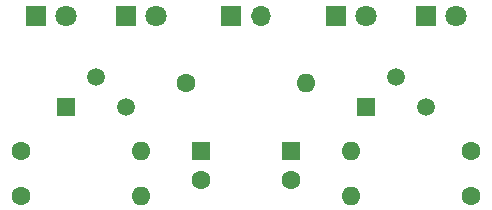
<source format=gbr>
G04 #@! TF.GenerationSoftware,KiCad,Pcbnew,(6.0.6)*
G04 #@! TF.CreationDate,2022-07-01T01:06:20-04:00*
G04 #@! TF.ProjectId,C,432e6b69-6361-4645-9f70-636258585858,rev?*
G04 #@! TF.SameCoordinates,Original*
G04 #@! TF.FileFunction,Soldermask,Top*
G04 #@! TF.FilePolarity,Negative*
%FSLAX46Y46*%
G04 Gerber Fmt 4.6, Leading zero omitted, Abs format (unit mm)*
G04 Created by KiCad (PCBNEW (6.0.6)) date 2022-07-01 01:06:20*
%MOMM*%
%LPD*%
G01*
G04 APERTURE LIST*
%ADD10R,1.700000X1.700000*%
%ADD11O,1.700000X1.700000*%
%ADD12R,1.800000X1.800000*%
%ADD13C,1.800000*%
%ADD14C,1.600000*%
%ADD15O,1.600000X1.600000*%
%ADD16R,1.600000X1.600000*%
%ADD17R,1.500000X1.500000*%
%ADD18C,1.500000*%
G04 APERTURE END LIST*
D10*
X157480000Y-81280000D03*
D11*
X160020000Y-81280000D03*
D12*
X140970000Y-81280000D03*
D13*
X143510000Y-81280000D03*
D12*
X148590000Y-81280000D03*
D13*
X151130000Y-81280000D03*
D12*
X166370000Y-81280000D03*
D13*
X168910000Y-81280000D03*
D14*
X139700000Y-96520000D03*
D15*
X149860000Y-96520000D03*
D14*
X139700000Y-92710000D03*
D15*
X149860000Y-92710000D03*
D14*
X177800000Y-92710000D03*
D15*
X167640000Y-92710000D03*
D14*
X177800000Y-96520000D03*
D15*
X167640000Y-96520000D03*
D14*
X153670000Y-86995000D03*
D15*
X163830000Y-86995000D03*
D12*
X173990000Y-81280000D03*
D13*
X176530000Y-81280000D03*
D16*
X154940000Y-92710000D03*
D14*
X154940000Y-95210000D03*
D16*
X162560000Y-92710000D03*
D14*
X162560000Y-95210000D03*
D17*
X143510000Y-89035000D03*
D18*
X146050000Y-86495000D03*
X148590000Y-89035000D03*
D17*
X168910000Y-89035000D03*
D18*
X171450000Y-86495000D03*
X173990000Y-89035000D03*
M02*

</source>
